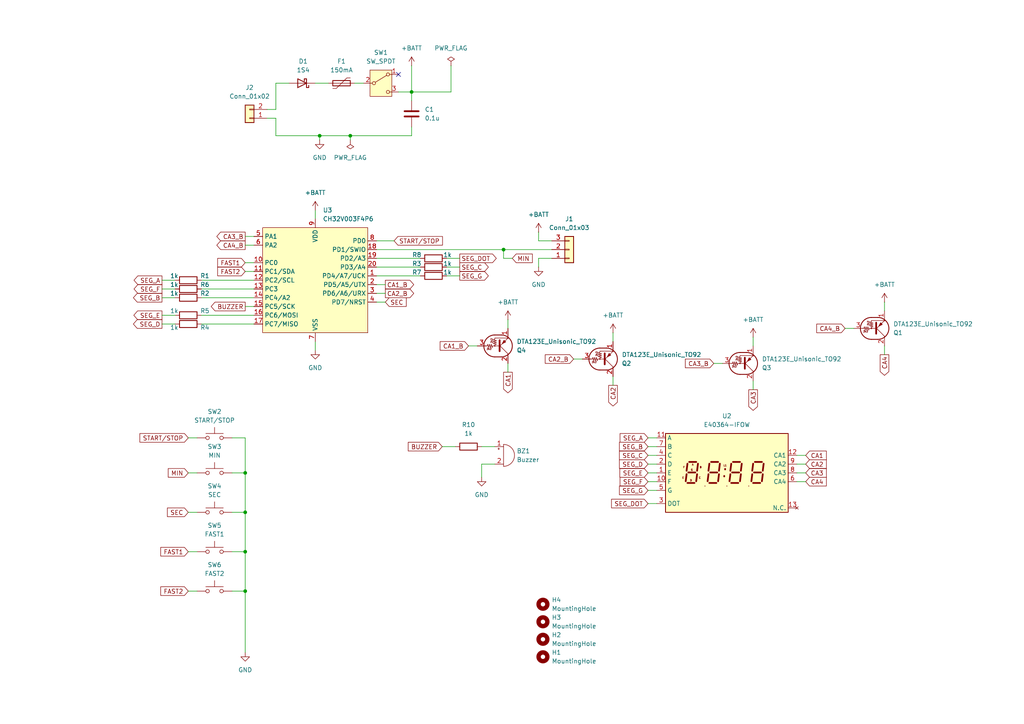
<source format=kicad_sch>
(kicad_sch (version 20231120) (generator "eeschema") (generator_version "8.0")
  (paper "A4")
  (lib_symbols
    (symbol "CH32V:CH32V003F4P6"
      (property "Reference" "U" (at -10.16 17.78 0))
      (property "Value" "CH32V003F4P6" (at -10.16 15.24 0))
      (symbol "CH32V003F4P6_1_1"
        (rectangle (start -15.24 13.97) (end 15.24 -16.51) (fill (type background)))
        (pin passive line (at 17.78 0 180) (length 2.54) (name "PD4/A7/UCK") (number "1"))
        (pin passive line (at -17.78 3.81 0) (length 2.54) (name "PC0") (number "10"))
        (pin passive line (at -17.78 1.27 0) (length 2.54) (name "PC1/SDA") (number "11"))
        (pin passive line (at -17.78 -1.27 0) (length 2.54) (name "PC2/SCL") (number "12"))
        (pin passive line (at -17.78 -3.81 0) (length 2.54) (name "PC3") (number "13"))
        (pin passive line (at -17.78 -6.35 0) (length 2.54) (name "PC4/A2") (number "14"))
        (pin passive line (at -17.78 -8.89 0) (length 2.54) (name "PC5/SCK") (number "15"))
        (pin passive line (at -17.78 -11.43 0) (length 2.54) (name "PC6/MOSI") (number "16"))
        (pin passive line (at -17.78 -13.97 0) (length 2.54) (name "PC7/MISO") (number "17"))
        (pin passive line (at 17.78 7.62 180) (length 2.54) (name "PD1/SWIO") (number "18"))
        (pin passive line (at 17.78 5.08 180) (length 2.54) (name "PD2/A3") (number "19"))
        (pin passive line (at 17.78 -2.54 180) (length 2.54) (name "PD5/A5/UTX") (number "2"))
        (pin passive line (at 17.78 2.54 180) (length 2.54) (name "PD3/A4") (number "20"))
        (pin passive line (at 17.78 -5.08 180) (length 2.54) (name "PD6/A6/URX") (number "3"))
        (pin passive line (at 17.78 -7.62 180) (length 2.54) (name "PD7/NRST") (number "4"))
        (pin passive line (at -17.78 11.43 0) (length 2.54) (name "PA1") (number "5"))
        (pin passive line (at -17.78 8.89 0) (length 2.54) (name "PA2") (number "6"))
        (pin power_in line (at 0 -19.05 90) (length 2.54) (name "VSS") (number "7"))
        (pin passive line (at 17.78 10.16 180) (length 2.54) (name "PD0") (number "8"))
        (pin power_in line (at 0 16.51 270) (length 2.54) (name "VDD") (number "9"))
      )
    )
    (symbol "Connector_Generic:Conn_01x02" (pin_names (offset 1.016) hide)
      (property "Reference" "J" (at 0 2.54 0))
      (property "Value" "Conn_01x02" (at 0 -5.08 0))
      (symbol "Conn_01x02_1_1"
        (rectangle (start -1.27 -2.413) (end 0 -2.667) (stroke (width 0.1524)))
        (rectangle (start -1.27 0.127) (end 0 -0.127) (stroke (width 0.1524)))
        (rectangle (start -1.27 1.27) (end 1.27 -3.81) (stroke (width 0.254)) (fill (type background)))
        (pin passive line (at -5.08 0 0) (length 3.81) (name "Pin_1") (number "1"))
        (pin passive line (at -5.08 -2.54 0) (length 3.81) (name "Pin_2") (number "2"))
      )
    )
    (symbol "Connector_Generic:Conn_01x03" (pin_names (offset 1.016) hide)
      (property "Reference" "J" (at 0 5.08 0))
      (property "Value" "Conn_01x03" (at 0 -5.08 0))
      (symbol "Conn_01x03_1_1"
        (rectangle (start -1.27 -2.413) (end 0 -2.667) (stroke (width 0.1524)))
        (rectangle (start -1.27 0.127) (end 0 -0.127) (stroke (width 0.1524)))
        (rectangle (start -1.27 2.667) (end 0 2.413) (stroke (width 0.1524)))
        (rectangle (start -1.27 3.81) (end 1.27 -3.81) (stroke (width 0.254)) (fill (type background)))
        (pin passive line (at -5.08 2.54 0) (length 3.81) (name "Pin_1") (number "1"))
        (pin passive line (at -5.08 0 0) (length 3.81) (name "Pin_2") (number "2"))
        (pin passive line (at -5.08 -2.54 0) (length 3.81) (name "Pin_3") (number "3"))
      )
    )
    (symbol "Device:Buzzer" (pin_names (offset 0.0254) hide)
      (property "Reference" "BZ" (at 3.81 1.27 0))
      (property "Value" "Buzzer" (at 3.81 -1.27 0))
      (symbol "Buzzer_0_1"
        (arc (start 0 -3.175) (mid 3.1612 0) (end 0 3.175))
        (polyline (pts (xy -1.651 1.905) (xy -1.143 1.905)))
        (polyline (pts (xy -1.397 2.159) (xy -1.397 1.651)))
        (polyline (pts (xy 0 3.175) (xy 0 -3.175)))
      )
      (symbol "Buzzer_1_1"
        (pin passive line (at -2.54 2.54 0) (length 2.54) (name "+") (number "1"))
        (pin passive line (at -2.54 -2.54 0) (length 2.54) (name "-") (number "2"))
      )
    )
    (symbol "Device:C" (pin_numbers hide) (pin_names (offset 0.254))
      (property "Reference" "C" (at 0.635 2.54 0))
      (property "Value" "C" (at 0.635 -2.54 0))
      (symbol "C_0_1"
        (polyline (pts (xy -2.032 -0.762) (xy 2.032 -0.762)) (stroke (width 0.508)))
        (polyline (pts (xy -2.032 0.762) (xy 2.032 0.762)) (stroke (width 0.508)))
      )
      (symbol "C_1_1"
        (pin passive line (at 0 3.81 270) (length 2.794) (name "~") (number "1"))
        (pin passive line (at 0 -3.81 90) (length 2.794) (name "~") (number "2"))
      )
    )
    (symbol "Device:D_Schottky" (pin_numbers hide) (pin_names (offset 1.016) hide)
      (property "Reference" "D" (at 0 2.54 0))
      (property "Value" "D_Schottky" (at 0 -2.54 0))
      (symbol "D_Schottky_0_1"
        (polyline (pts (xy 1.27 0) (xy -1.27 0)))
        (polyline (pts (xy 1.27 1.27) (xy 1.27 -1.27) (xy -1.27 0) (xy 1.27 1.27)) (stroke (width 0.254)))
        (polyline (pts (xy -1.905 0.635) (xy -1.905 1.27) (xy -1.27 1.27) (xy -1.27 -1.27) (xy -0.635 -1.27) (xy -0.635 -0.635)) (stroke (width 0.254)))
      )
      (symbol "D_Schottky_1_1"
        (pin passive line (at -3.81 0 0) (length 2.54) (name "K") (number "1"))
        (pin passive line (at 3.81 0 180) (length 2.54) (name "A") (number "2"))
      )
    )
    (symbol "Device:Polyfuse" (pin_numbers hide) (pin_names (offset 0))
      (property "Reference" "F" (at -2.54 0 90))
      (property "Value" "Polyfuse" (at 2.54 0 90))
      (symbol "Polyfuse_0_1"
        (rectangle (start -0.762 2.54) (end 0.762 -2.54) (stroke (width 0.254)))
        (polyline (pts (xy 0 2.54) (xy 0 -2.54)))
        (polyline (pts (xy -1.524 2.54) (xy -1.524 1.524) (xy 1.524 -1.524) (xy 1.524 -2.54)))
      )
      (symbol "Polyfuse_1_1"
        (pin passive line (at 0 3.81 270) (length 1.27) (name "~") (number "1"))
        (pin passive line (at 0 -3.81 90) (length 1.27) (name "~") (number "2"))
      )
    )
    (symbol "Device:R" (pin_numbers hide) (pin_names (offset 0))
      (property "Reference" "R" (at 2.032 0 90))
      (property "Value" "R" (at 0 0 90))
      (symbol "R_0_1"
        (rectangle (start -1.016 -2.54) (end 1.016 2.54) (stroke (width 0.254)))
      )
      (symbol "R_1_1"
        (pin passive line (at 0 3.81 270) (length 1.27) (name "~") (number "1"))
        (pin passive line (at 0 -3.81 90) (length 1.27) (name "~") (number "2"))
      )
    )
    (symbol "Mechanical:MountingHole" (pin_names (offset 1.016)) (exclude_from_sim yes) (in_bom no)
      (property "Reference" "H" (at 0 5.08 0))
      (property "Value" "MountingHole" (at 0 3.175 0))
      (symbol "MountingHole_0_1"
        (circle (center 0 0) (radius 1.27) (stroke (width 1.27)))
      )
    )
    (symbol "Switch:SW_Push" (pin_numbers hide) (pin_names (offset 1.016) hide)
      (property "Reference" "SW" (at 1.27 2.54 0))
      (property "Value" "SW_Push" (at 0 -1.524 0))
      (symbol "SW_Push_0_1"
        (circle (center -2.032 0) (radius 0.508))
        (polyline (pts (xy 0 1.27) (xy 0 3.048)))
        (polyline (pts (xy 2.54 1.27) (xy -2.54 1.27)))
        (circle (center 2.032 0) (radius 0.508))
        (pin passive line (at -5.08 0 0) (length 2.54) (name "1") (number "1"))
        (pin passive line (at 5.08 0 180) (length 2.54) (name "2") (number "2"))
      )
    )
    (symbol "Switch:SW_SPDT" (pin_names (offset 0) hide)
      (property "Reference" "SW" (at 0 5.08 0))
      (property "Value" "SW_SPDT" (at 0 -5.08 0))
      (symbol "SW_SPDT_0_1"
        (circle (center -2.032 0) (radius 0.4572))
        (polyline (pts (xy -1.651 0.254) (xy 1.651 2.286)))
        (circle (center 2.032 -2.54) (radius 0.4572))
        (circle (center 2.032 2.54) (radius 0.4572))
      )
      (symbol "SW_SPDT_1_1"
        (rectangle (start -3.175 3.81) (end 3.175 -3.81) (fill (type background)))
        (pin passive line (at 5.08 2.54 180) (length 2.54) (name "A") (number "1"))
        (pin passive line (at -5.08 0 0) (length 2.54) (name "B") (number "2"))
        (pin passive line (at 5.08 -2.54 180) (length 2.54) (name "C") (number "3"))
      )
    )
    (symbol "power:+BATT" (power) (pin_numbers hide) (pin_names (offset 0) hide)
      (property "Value" "+BATT" (at 0 3.556 0))
      (symbol "+BATT_0_1"
        (polyline (pts (xy -0.762 1.27) (xy 0 2.54)))
        (polyline (pts (xy 0 0) (xy 0 2.54)))
        (polyline (pts (xy 0 2.54) (xy 0.762 1.27)))
      )
      (symbol "+BATT_1_1"
        (pin power_in line (at 0 0 90) (length 0) (name "~") (number "1"))
      )
    )
    (symbol "power:GND" (power) (pin_numbers hide) (pin_names (offset 0) hide)
      (property "Value" "GND" (at 0 -3.81 0))
      (symbol "GND_0_1"
        (polyline (pts (xy 0 0) (xy 0 -1.27) (xy 1.27 -1.27) (xy 0 -2.54) (xy -1.27 -1.27) (xy 0 -1.27)))
      )
      (symbol "GND_1_1"
        (pin power_in line (at 0 0 270) (length 0) (name "~") (number "1"))
      )
    )
    (symbol "power:PWR_FLAG" (power) (pin_numbers hide) (pin_names (offset 0) hide)
      (property "Value" "PWR_FLAG" (at 0 3.81 0))
      (symbol "PWR_FLAG_0_0"
        (pin power_out line (at 0 0 90) (length 0) (name "~") (number "1"))
      )
      (symbol "PWR_FLAG_0_1"
        (polyline (pts (xy 0 0) (xy 0 1.27) (xy -1.016 1.905) (xy 0 2.54) (xy 1.016 1.905) (xy 0 1.27)))
      )
    )
    (symbol "watashi:DTA123E_Unisonic_TO92" (pin_names (offset 0) hide)
      (property "Reference" "Q" (at 5.08 1.905 0))
      (property "Value" "DTA123E_Unisonic_TO92" (at 5.08 -0.254 0))
      (symbol "DTA123E_Unisonic_TO92_0_0"
        (text "2k2" (at -2.921 0.889 0) (effects (font (size 0.508 0.508))))
        (text "2k2" (at -2.159 -1.524 900) (effects (font (size 0.508 0.508))))
      )
      (symbol "DTA123E_Unisonic_TO92_0_1"
        (circle (center -1.27 0) (radius 0.127))
        (arc (start -1.27 3.175) (mid -4.4312 0) (end -1.27 -3.175) (stroke (width 0.254)))
        (polyline (pts (xy -3.429 0) (xy -3.81 0)))
        (polyline (pts (xy -1.27 -3.175) (xy 0.635 -3.175)) (stroke (width 0.254)))
        (polyline (pts (xy -1.27 3.175) (xy 0.635 3.175)) (stroke (width 0.254)))
        (polyline (pts (xy 0 -0.254) (xy 2.54 2.286)))
        (polyline (pts (xy 0.127 1.524) (xy 0.127 -1.651)) (stroke (width 0.508)) (fill (type outline)))
        (polyline (pts (xy 2.54 2.286) (xy 2.54 2.54)))
        (polyline (pts (xy 2.54 -2.286) (xy 0 0.254) (xy 0 0.254)))
        (polyline (pts (xy 1.397 -1.651) (xy 1.905 -1.143) (xy 0.889 -0.635) (xy 1.397 -1.651)) (fill (type outline)))
        (polyline (pts (xy 0 0) (xy -1.905 0) (xy -2.032 0.508) (xy -2.286 -0.508) (xy -2.54 0.508) (xy -2.794 -0.508) (xy -3.048 0.508) (xy -3.302 -0.508) (xy -3.429 0)))
        (polyline (pts (xy -1.27 0) (xy -1.27 -0.381) (xy -0.762 -0.508) (xy -1.778 -0.762) (xy -0.762 -1.016) (xy -1.778 -1.27) (xy -0.762 -1.524) (xy -1.778 -1.778) (xy -1.27 -1.905) (xy -1.27 -2.286) (xy 2.54 -2.286)))
        (arc (start 0.635 -3.175) (mid 3.7962 0) (end 0.635 3.175) (stroke (width 0.254)))
        (circle (center 2.54 -2.286) (radius 0.127))
      )
      (symbol "DTA123E_Unisonic_TO92_1_1"
        (pin passive line (at 2.54 -5.08 90) (length 2.54) (name "E") (number "1"))
        (pin passive line (at 2.54 5.08 270) (length 2.54) (name "C") (number "2"))
        (pin input line (at -6.35 0 0) (length 2.54) (name "B") (number "3"))
      )
    )
    (symbol "watashi:E40364-IFOW"
      (property "Reference" "U" (at -17.78 12.7 0))
      (property "Value" "E40364-IFOW" (at 17.78 12.7 0))
      (symbol "E40364-IFOW_0_1"
        (rectangle (start -17.78 -11.43) (end 17.78 11.43) (stroke (width 0.254)) (fill (type background)))
        (rectangle (start -6.35 -3.81) (end -6.35 -3.81) (stroke (width 0.254)))
        (rectangle (start 0 -3.81) (end 0 -3.81) (stroke (width 0.254)))
        (polyline (pts (xy -6.35 -3.81) (xy -6.35 -3.81)) (stroke (width 0.254)))
        (polyline (pts (xy 0 -3.81) (xy 0 -3.81)) (stroke (width 0.254)))
        (polyline (pts (xy 6.35 -3.81) (xy 6.35 -3.81)) (stroke (width 0.254)))
        (rectangle (start 6.35 -3.81) (end 6.35 -3.81) (stroke (width 0.254)))
      )
      (symbol "E40364-IFOW_1_0"
        (text "A" (at -9.906 2.413 0) (effects (font (size 0.508 0.508))))
        (text "B" (at -7.62 1.651 0) (effects (font (size 0.508 0.508))))
        (text "C" (at -7.874 -1.397 0) (effects (font (size 0.508 0.508))))
        (text "D" (at -10.414 -2.159 0) (effects (font (size 0.508 0.508))))
        (text "E" (at -12.7 -1.397 0) (effects (font (size 0.508 0.508))))
        (text "F" (at -12.446 1.651 0) (effects (font (size 0.508 0.508))))
        (text "G" (at -10.16 0.889 0) (effects (font (size 0.508 0.508))))
        (text "L1" (at -0.508 2.159 0) (effects (font (size 0.508 0.508))))
      )
      (symbol "E40364-IFOW_1_1"
        (polyline (pts (xy -11.684 -0.381) (xy -11.938 -2.413)) (stroke (width 0.508)))
        (polyline (pts (xy -11.43 -2.921) (xy -9.398 -2.921)) (stroke (width 0.508)))
        (polyline (pts (xy -11.43 2.667) (xy -11.684 0.635)) (stroke (width 0.508)))
        (polyline (pts (xy -11.176 0.127) (xy -9.144 0.127)) (stroke (width 0.508)))
        (polyline (pts (xy -10.922 3.175) (xy -8.89 3.175)) (stroke (width 0.508)))
        (polyline (pts (xy -8.636 -0.381) (xy -8.89 -2.413)) (stroke (width 0.508)))
        (polyline (pts (xy -8.382 2.667) (xy -8.636 0.635)) (stroke (width 0.508)))
        (polyline (pts (xy -5.334 -0.381) (xy -5.588 -2.413)) (stroke (width 0.508)))
        (polyline (pts (xy -5.08 -2.921) (xy -3.048 -2.921)) (stroke (width 0.508)))
        (polyline (pts (xy -5.08 2.667) (xy -5.334 0.635)) (stroke (width 0.508)))
        (polyline (pts (xy -4.826 0.127) (xy -2.794 0.127)) (stroke (width 0.508)))
        (polyline (pts (xy -4.572 3.175) (xy -2.54 3.175)) (stroke (width 0.508)))
        (polyline (pts (xy -2.286 -0.381) (xy -2.54 -2.413)) (stroke (width 0.508)))
        (polyline (pts (xy -2.032 2.667) (xy -2.286 0.635)) (stroke (width 0.508)))
        (polyline (pts (xy -0.762 -1.016) (xy -0.762 -0.889)) (stroke (width 0.508)))
        (polyline (pts (xy -0.508 1.016) (xy -0.508 1.143)) (stroke (width 0.508)))
        (polyline (pts (xy 1.016 -0.381) (xy 0.762 -2.413)) (stroke (width 0.508)))
        (polyline (pts (xy 1.27 -2.921) (xy 3.302 -2.921)) (stroke (width 0.508)))
        (polyline (pts (xy 1.27 2.667) (xy 1.016 0.635)) (stroke (width 0.508)))
        (polyline (pts (xy 1.524 0.127) (xy 3.556 0.127)) (stroke (width 0.508)))
        (polyline (pts (xy 1.778 3.175) (xy 3.81 3.175)) (stroke (width 0.508)))
        (polyline (pts (xy 4.064 -0.381) (xy 3.81 -2.413)) (stroke (width 0.508)))
        (polyline (pts (xy 4.318 2.667) (xy 4.064 0.635)) (stroke (width 0.508)))
        (polyline (pts (xy 7.366 -0.381) (xy 7.112 -2.413)) (stroke (width 0.508)))
        (polyline (pts (xy 7.62 -2.921) (xy 9.652 -2.921)) (stroke (width 0.508)))
        (polyline (pts (xy 7.62 2.667) (xy 7.366 0.635)) (stroke (width 0.508)))
        (polyline (pts (xy 7.874 0.127) (xy 9.906 0.127)) (stroke (width 0.508)))
        (polyline (pts (xy 8.128 3.175) (xy 10.16 3.175)) (stroke (width 0.508)))
        (polyline (pts (xy 10.414 -0.381) (xy 10.16 -2.413)) (stroke (width 0.508)))
        (polyline (pts (xy 10.668 2.667) (xy 10.414 0.635)) (stroke (width 0.508)))
        (pin input line (at -20.32 0 0) (length 2.54) (name "E") (number "1"))
        (pin input line (at -20.32 -2.54 0) (length 2.54) (name "F") (number "10"))
        (pin input line (at -20.32 10.16 0) (length 2.54) (name "A") (number "11"))
        (pin input line (at 20.32 5.08 180) (length 2.54) (name "CA1") (number "12"))
        (pin no_connect line (at 20.32 -10.16 180) (length 2.54) (name "N.C.") (number "13"))
        (pin input line (at -20.32 2.54 0) (length 2.54) (name "D") (number "2"))
        (pin input line (at -20.32 -8.89 0) (length 2.54) (name "DOT") (number "3"))
        (pin input line (at -20.32 5.08 0) (length 2.54) (name "C") (number "4"))
        (pin input line (at -20.32 -5.08 0) (length 2.54) (name "G") (number "5"))
        (pin input line (at 20.32 -2.54 180) (length 2.54) (name "CA4") (number "6"))
        (pin input line (at -20.32 7.62 0) (length 2.54) (name "B") (number "7"))
        (pin input line (at 20.32 0 180) (length 2.54) (name "CA3") (number "8"))
        (pin input line (at 20.32 2.54 180) (length 2.54) (name "CA2") (number "9"))
      )
    )
  )
  (junction (at 71.12 148.59))
  (junction (at 71.12 137.16))
  (junction (at 71.12 171.45))
  (junction (at 101.6 39.37))
  (junction (at 119.38 26.67))
  (junction (at 71.12 160.02))
  (junction (at 92.71 39.37))
  (junction (at 146.05 72.39))
  (no_connect (at 115.57 21.59))
  (wire (pts (xy 187.96 132.08) (xy 190.5 132.08)))
  (wire (pts (xy 80.01 39.37) (xy 92.71 39.37)))
  (wire (pts (xy 119.38 39.37) (xy 101.6 39.37)))
  (wire (pts (xy 58.42 93.98) (xy 73.66 93.98)))
  (wire (pts (xy 231.14 137.16) (xy 233.68 137.16)))
  (wire (pts (xy 187.96 129.54) (xy 190.5 129.54)))
  (wire (pts (xy 71.12 137.16) (xy 71.12 148.59)))
  (wire (pts (xy 147.32 105.41) (xy 147.32 107.95)))
  (wire (pts (xy 130.81 26.67) (xy 119.38 26.67)))
  (wire (pts (xy 80.01 34.29) (xy 80.01 39.37)))
  (wire (pts (xy 67.31 148.59) (xy 71.12 148.59)))
  (wire (pts (xy 80.01 24.13) (xy 80.01 31.75)))
  (wire (pts (xy 50.8 81.28) (xy 46.99 81.28)))
  (wire (pts (xy 256.54 100.33) (xy 256.54 102.87)))
  (wire (pts (xy 67.31 137.16) (xy 71.12 137.16)))
  (wire (pts (xy 207.01 105.41) (xy 209.55 105.41)))
  (wire (pts (xy 256.54 87.63) (xy 256.54 90.17)))
  (wire (pts (xy 58.42 81.28) (xy 73.66 81.28)))
  (wire (pts (xy 129.54 74.93) (xy 133.35 74.93)))
  (wire (pts (xy 101.6 40.64) (xy 101.6 39.37)))
  (wire (pts (xy 71.12 71.12) (xy 73.66 71.12)))
  (wire (pts (xy 80.01 34.29) (xy 77.47 34.29)))
  (wire (pts (xy 231.14 139.7) (xy 233.68 139.7)))
  (wire (pts (xy 109.22 77.47) (xy 121.92 77.47)))
  (wire (pts (xy 71.12 148.59) (xy 71.12 160.02)))
  (wire (pts (xy 218.44 110.49) (xy 218.44 113.03)))
  (wire (pts (xy 71.12 171.45) (xy 71.12 189.23)))
  (wire (pts (xy 156.21 74.93) (xy 156.21 77.47)))
  (wire (pts (xy 231.14 132.08) (xy 233.68 132.08)))
  (wire (pts (xy 121.92 80.01) (xy 109.22 80.01)))
  (wire (pts (xy 119.38 36.83) (xy 119.38 39.37)))
  (wire (pts (xy 160.02 74.93) (xy 156.21 74.93)))
  (wire (pts (xy 147.32 92.71) (xy 147.32 95.25)))
  (wire (pts (xy 50.8 83.82) (xy 46.99 83.82)))
  (wire (pts (xy 71.12 127) (xy 71.12 137.16)))
  (wire (pts (xy 177.8 109.22) (xy 177.8 111.76)))
  (wire (pts (xy 146.05 74.93) (xy 146.05 72.39)))
  (wire (pts (xy 109.22 85.09) (xy 111.76 85.09)))
  (wire (pts (xy 54.61 137.16) (xy 57.15 137.16)))
  (wire (pts (xy 67.31 127) (xy 71.12 127)))
  (wire (pts (xy 130.81 19.05) (xy 130.81 26.67)))
  (wire (pts (xy 119.38 26.67) (xy 119.38 29.21)))
  (wire (pts (xy 160.02 69.85) (xy 156.21 69.85)))
  (wire (pts (xy 143.51 134.62) (xy 139.7 134.62)))
  (wire (pts (xy 54.61 148.59) (xy 57.15 148.59)))
  (wire (pts (xy 109.22 72.39) (xy 146.05 72.39)))
  (wire (pts (xy 109.22 82.55) (xy 111.76 82.55)))
  (wire (pts (xy 109.22 87.63) (xy 111.76 87.63)))
  (wire (pts (xy 187.96 142.24) (xy 190.5 142.24)))
  (wire (pts (xy 218.44 97.79) (xy 218.44 100.33)))
  (wire (pts (xy 50.8 91.44) (xy 46.99 91.44)))
  (wire (pts (xy 187.96 139.7) (xy 190.5 139.7)))
  (wire (pts (xy 50.8 93.98) (xy 46.99 93.98)))
  (wire (pts (xy 58.42 86.36) (xy 73.66 86.36)))
  (wire (pts (xy 50.8 86.36) (xy 46.99 86.36)))
  (wire (pts (xy 119.38 19.05) (xy 119.38 26.67)))
  (wire (pts (xy 71.12 160.02) (xy 71.12 171.45)))
  (wire (pts (xy 91.44 60.96) (xy 91.44 63.5)))
  (wire (pts (xy 148.59 74.93) (xy 146.05 74.93)))
  (wire (pts (xy 77.47 31.75) (xy 80.01 31.75)))
  (wire (pts (xy 187.96 137.16) (xy 190.5 137.16)))
  (wire (pts (xy 156.21 69.85) (xy 156.21 67.31)))
  (wire (pts (xy 71.12 78.74) (xy 73.66 78.74)))
  (wire (pts (xy 105.41 24.13) (xy 102.87 24.13)))
  (wire (pts (xy 231.14 134.62) (xy 233.68 134.62)))
  (wire (pts (xy 119.38 26.67) (xy 115.57 26.67)))
  (wire (pts (xy 67.31 171.45) (xy 71.12 171.45)))
  (wire (pts (xy 83.82 24.13) (xy 80.01 24.13)))
  (wire (pts (xy 54.61 171.45) (xy 57.15 171.45)))
  (wire (pts (xy 67.31 160.02) (xy 71.12 160.02)))
  (wire (pts (xy 58.42 83.82) (xy 73.66 83.82)))
  (wire (pts (xy 71.12 68.58) (xy 73.66 68.58)))
  (wire (pts (xy 129.54 77.47) (xy 133.35 77.47)))
  (wire (pts (xy 187.96 146.05) (xy 190.5 146.05)))
  (wire (pts (xy 71.12 88.9) (xy 73.66 88.9)))
  (wire (pts (xy 58.42 91.44) (xy 73.66 91.44)))
  (wire (pts (xy 187.96 134.62) (xy 190.5 134.62)))
  (wire (pts (xy 135.89 100.33) (xy 138.43 100.33)))
  (wire (pts (xy 109.22 69.85) (xy 114.3 69.85)))
  (wire (pts (xy 139.7 129.54) (xy 143.51 129.54)))
  (wire (pts (xy 71.12 76.2) (xy 73.66 76.2)))
  (wire (pts (xy 187.96 127) (xy 190.5 127)))
  (wire (pts (xy 146.05 72.39) (xy 160.02 72.39)))
  (wire (pts (xy 139.7 134.62) (xy 139.7 138.43)))
  (wire (pts (xy 128.27 129.54) (xy 132.08 129.54)))
  (wire (pts (xy 95.25 24.13) (xy 91.44 24.13)))
  (wire (pts (xy 54.61 127) (xy 57.15 127)))
  (wire (pts (xy 92.71 39.37) (xy 92.71 40.64)))
  (wire (pts (xy 54.61 160.02) (xy 57.15 160.02)))
  (wire (pts (xy 101.6 39.37) (xy 92.71 39.37)))
  (wire (pts (xy 166.37 104.14) (xy 168.91 104.14)))
  (wire (pts (xy 91.44 99.06) (xy 91.44 101.6)))
  (wire (pts (xy 109.22 74.93) (xy 121.92 74.93)))
  (wire (pts (xy 129.54 80.01) (xy 133.35 80.01)))
  (wire (pts (xy 177.8 96.52) (xy 177.8 99.06)))
  (wire (pts (xy 245.11 95.25) (xy 247.65 95.25)))
  (global_label "CA2" (shape input) (at 233.68 134.62 0) (property "Intersheetrefs" "${INTERSHEET_REFS}" (effects (hide yes))))
  (global_label "BUZZER" (shape output) (at 71.12 88.9 180) (property "Intersheetrefs" "${INTERSHEET_REFS}" (effects (hide yes))))
  (global_label "SEG_DOT" (shape output) (at 133.35 74.93 0) (property "Intersheetrefs" "${INTERSHEET_REFS}" (effects (hide yes))))
  (global_label "BUZZER" (shape input) (at 128.27 129.54 180) (property "Intersheetrefs" "${INTERSHEET_REFS}" (effects (hide yes))))
  (global_label "SEG_F" (shape input) (at 187.96 139.7 180) (property "Intersheetrefs" "${INTERSHEET_REFS}" (effects (hide yes))))
  (global_label "CA4" (shape output) (at 256.54 102.87 270) (property "Intersheetrefs" "${INTERSHEET_REFS}" (effects (hide yes))))
  (global_label "CA1" (shape output) (at 147.32 107.95 270) (property "Intersheetrefs" "${INTERSHEET_REFS}" (effects (hide yes))))
  (global_label "SEG_G" (shape output) (at 133.35 80.01 0) (property "Intersheetrefs" "${INTERSHEET_REFS}" (effects (hide yes))))
  (global_label "CA3_B" (shape output) (at 71.12 68.58 180) (property "Intersheetrefs" "${INTERSHEET_REFS}" (effects (hide yes))))
  (global_label "SEG_B" (shape input) (at 187.96 129.54 180) (property "Intersheetrefs" "${INTERSHEET_REFS}" (effects (hide yes))))
  (global_label "CA4_B" (shape output) (at 71.12 71.12 180) (property "Intersheetrefs" "${INTERSHEET_REFS}" (effects (hide yes))))
  (global_label "FAST1" (shape input) (at 54.61 160.02 180) (property "Intersheetrefs" "${INTERSHEET_REFS}" (effects (hide yes))))
  (global_label "CA2_B" (shape input) (at 166.37 104.14 180) (property "Intersheetrefs" "${INTERSHEET_REFS}" (effects (hide yes))))
  (global_label "START{slash}STOP" (shape input) (at 114.3 69.85 0) (property "Intersheetrefs" "${INTERSHEET_REFS}" (effects (hide yes))))
  (global_label "CA2_B" (shape output) (at 111.76 85.09 0) (property "Intersheetrefs" "${INTERSHEET_REFS}" (effects (hide yes))))
  (global_label "FAST2" (shape input) (at 71.12 78.74 180) (property "Intersheetrefs" "${INTERSHEET_REFS}" (effects (hide yes))))
  (global_label "CA4_B" (shape input) (at 245.11 95.25 180) (property "Intersheetrefs" "${INTERSHEET_REFS}" (effects (hide yes))))
  (global_label "CA3_B" (shape input) (at 207.01 105.41 180) (property "Intersheetrefs" "${INTERSHEET_REFS}" (effects (hide yes))))
  (global_label "SEG_D" (shape input) (at 187.96 134.62 180) (property "Intersheetrefs" "${INTERSHEET_REFS}" (effects (hide yes))))
  (global_label "CA1" (shape input) (at 233.68 132.08 0) (property "Intersheetrefs" "${INTERSHEET_REFS}" (effects (hide yes))))
  (global_label "FAST2" (shape input) (at 54.61 171.45 180) (property "Intersheetrefs" "${INTERSHEET_REFS}" (effects (hide yes))))
  (global_label "SEC" (shape input) (at 54.61 148.59 180) (property "Intersheetrefs" "${INTERSHEET_REFS}" (effects (hide yes))))
  (global_label "MIN" (shape input) (at 148.59 74.93 0) (property "Intersheetrefs" "${INTERSHEET_REFS}" (effects (hide yes))))
  (global_label "START{slash}STOP" (shape input) (at 54.61 127 180) (property "Intersheetrefs" "${INTERSHEET_REFS}" (effects (hide yes))))
  (global_label "CA3" (shape output) (at 218.44 113.03 270) (property "Intersheetrefs" "${INTERSHEET_REFS}" (effects (hide yes))))
  (global_label "SEG_A" (shape output) (at 46.99 81.28 180) (property "Intersheetrefs" "${INTERSHEET_REFS}" (effects (hide yes))))
  (global_label "CA2" (shape output) (at 177.8 111.76 270) (property "Intersheetrefs" "${INTERSHEET_REFS}" (effects (hide yes))))
  (global_label "CA1_B" (shape input) (at 135.89 100.33 180) (property "Intersheetrefs" "${INTERSHEET_REFS}" (effects (hide yes))))
  (global_label "SEG_G" (shape input) (at 187.96 142.24 180) (property "Intersheetrefs" "${INTERSHEET_REFS}" (effects (hide yes))))
  (global_label "SEG_A" (shape input) (at 187.96 127 180) (property "Intersheetrefs" "${INTERSHEET_REFS}" (effects (hide yes))))
  (global_label "SEG_DOT" (shape input) (at 187.96 146.05 180) (property "Intersheetrefs" "${INTERSHEET_REFS}" (effects (hide yes))))
  (global_label "CA4" (shape input) (at 233.68 139.7 0) (property "Intersheetrefs" "${INTERSHEET_REFS}" (effects (hide yes))))
  (global_label "SEG_D" (shape output) (at 46.99 93.98 180) (property "Intersheetrefs" "${INTERSHEET_REFS}" (effects (hide yes))))
  (global_label "SEG_C" (shape input) (at 187.96 132.08 180) (property "Intersheetrefs" "${INTERSHEET_REFS}" (effects (hide yes))))
  (global_label "SEG_C" (shape output) (at 133.35 77.47 0) (property "Intersheetrefs" "${INTERSHEET_REFS}" (effects (hide yes))))
  (global_label "SEG_E" (shape input) (at 187.96 137.16 180) (property "Intersheetrefs" "${INTERSHEET_REFS}" (effects (hide yes))))
  (global_label "MIN" (shape input) (at 54.61 137.16 180) (property "Intersheetrefs" "${INTERSHEET_REFS}" (effects (hide yes))))
  (global_label "CA1_B" (shape output) (at 111.76 82.55 0) (property "Intersheetrefs" "${INTERSHEET_REFS}" (effects (hide yes))))
  (global_label "SEG_F" (shape output) (at 46.99 83.82 180) (property "Intersheetrefs" "${INTERSHEET_REFS}" (effects (hide yes))))
  (global_label "SEC" (shape input) (at 111.76 87.63 0) (property "Intersheetrefs" "${INTERSHEET_REFS}" (effects (hide yes))))
  (global_label "SEG_B" (shape output) (at 46.99 86.36 180) (property "Intersheetrefs" "${INTERSHEET_REFS}" (effects (hide yes))))
  (global_label "SEG_E" (shape output) (at 46.99 91.44 180) (property "Intersheetrefs" "${INTERSHEET_REFS}" (effects (hide yes))))
  (global_label "FAST1" (shape input) (at 71.12 76.2 180) (property "Intersheetrefs" "${INTERSHEET_REFS}" (effects (hide yes))))
  (global_label "CA3" (shape input) (at 233.68 137.16 0) (property "Intersheetrefs" "${INTERSHEET_REFS}" (effects (hide yes))))
  (symbol (lib_id "Device:R") (at 125.73 74.93 90) (mirror x) (unit 1)
    (property "Reference" "R8" (at 120.904 73.914 90))
    (property "Value" "1k" (at 129.794 73.914 90))
    (property "Footprint" "yuki_lib:R_1_6W" (effects (hide yes)))
    (property "Description" "Resistor" (effects (hide yes)))
  )
  (symbol (lib_id "watashi:DTA123E_Unisonic_TO92") (at 144.78 100.33 0) (mirror x) (unit 1)
    (property "Reference" "Q4" (at 149.86 101.6001 0) (effects (justify left)))
    (property "Value" "DTA123E_Unisonic_TO92" (at 149.86 99.0601 0) (effects (justify left)))
    (property "Footprint" "yuki_lib:yuki_TO-92_Wide" (effects (hide yes)))
    (property "Description" "Digital PNP Transistor, 2k2/2k2, SOT-23" (effects (hide yes)))
  )
  (symbol (lib_id "Device:R") (at 54.61 91.44 270) (mirror x) (unit 1)
    (property "Reference" "R5" (at 59.436 90.17 90))
    (property "Value" "1k" (at 50.546 90.17 90))
    (property "Footprint" "yuki_lib:R_1_6W" (effects (hide yes)))
    (property "Description" "Resistor" (effects (hide yes)))
  )
  (symbol (lib_id "watashi:E40364-IFOW") (at 210.82 137.16 0) (unit 1)
    (property "Reference" "U2" (at 210.82 120.65 0))
    (property "Value" "E40364-IFOW" (at 210.82 123.19 0))
    (property "Footprint" "yuki_lib:E40364-IFOW_DEKAI" (effects (hide yes)))
    (property "Description" "4 digit 7 segment Red, common anode" (effects (hide yes)))
  )
  (symbol (lib_id "Switch:SW_Push") (at 62.23 160.02 0) (unit 1)
    (property "Reference" "SW5" (at 62.23 152.4 0))
    (property "Value" "FAST1" (at 62.23 154.94 0))
    (property "Footprint" "yuki_lib:SW_PUSH_6mm" (effects (hide yes)))
    (property "Description" "Push button switch, generic, two pins" (effects (hide yes)))
  )
  (symbol (lib_id "Device:R") (at 125.73 80.01 90) (mirror x) (unit 1)
    (property "Reference" "R7" (at 120.904 78.994 90))
    (property "Value" "1k" (at 129.794 78.994 90))
    (property "Footprint" "yuki_lib:R_1_6W" (effects (hide yes)))
    (property "Description" "Resistor" (effects (hide yes)))
  )
  (symbol (lib_id "Device:R") (at 54.61 93.98 270) (mirror x) (unit 1)
    (property "Reference" "R4" (at 59.436 94.996 90))
    (property "Value" "1k" (at 50.546 94.996 90))
    (property "Footprint" "yuki_lib:R_1_6W" (effects (hide yes)))
    (property "Description" "Resistor" (effects (hide yes)))
  )
  (symbol (lib_id "Device:D_Schottky") (at 87.63 24.13 180) (unit 1)
    (property "Reference" "D1" (at 87.9475 17.78 0))
    (property "Value" "1S4" (at 87.9475 20.32 0))
    (property "Footprint" "yuki_lib:R_1_4W" (effects (hide yes)))
    (property "Description" "Schottky diode" (effects (hide yes)))
  )
  (symbol (lib_id "power:GND") (at 91.44 101.6 0) (unit 1)
    (property "Reference" "#PWR05" (effects (hide yes)))
    (property "Value" "GND" (at 91.44 106.68 0))
    (property "Description" "Power symbol creates a global label with name \"GND\" , ground" (effects (hide yes)))
  )
  (symbol (lib_id "Device:R") (at 54.61 83.82 270) (mirror x) (unit 1)
    (property "Reference" "R6" (at 59.436 82.55 90))
    (property "Value" "1k" (at 50.546 82.55 90))
    (property "Footprint" "yuki_lib:R_1_6W" (effects (hide yes)))
    (property "Description" "Resistor" (effects (hide yes)))
  )
  (symbol (lib_id "watashi:DTA123E_Unisonic_TO92") (at 254 95.25 0) (mirror x) (unit 1)
    (property "Reference" "Q1" (at 259.08 96.5201 0) (effects (justify left)))
    (property "Value" "DTA123E_Unisonic_TO92" (at 259.08 93.9801 0) (effects (justify left)))
    (property "Footprint" "yuki_lib:yuki_TO-92_Wide" (effects (hide yes)))
    (property "Description" "Digital PNP Transistor, 2k2/2k2, SOT-23" (effects (hide yes)))
  )
  (symbol (lib_id "power:+BATT") (at 256.54 87.63 0) (unit 1)
    (property "Reference" "#PWR014" (effects (hide yes)))
    (property "Value" "+BATT" (at 256.54 82.55 0))
    (property "Description" "Power symbol creates a global label with name \"+BATT\"" (effects (hide yes)))
  )
  (symbol (lib_id "Switch:SW_Push") (at 62.23 171.45 0) (unit 1)
    (property "Reference" "SW6" (at 62.23 163.83 0))
    (property "Value" "FAST2" (at 62.23 166.37 0))
    (property "Footprint" "yuki_lib:SW_PUSH_6mm" (effects (hide yes)))
    (property "Description" "Push button switch, generic, two pins" (effects (hide yes)))
  )
  (symbol (lib_id "power:PWR_FLAG") (at 130.81 19.05 0) (unit 1)
    (property "Reference" "#FLG01" (effects (hide yes)))
    (property "Value" "PWR_FLAG" (at 130.81 13.97 0))
    (property "Description" "Special symbol for telling ERC where power comes from" (effects (hide yes)))
  )
  (symbol (lib_id "power:PWR_FLAG") (at 101.6 40.64 180) (unit 1)
    (property "Reference" "#FLG02" (effects (hide yes)))
    (property "Value" "PWR_FLAG" (at 101.6 45.72 0))
    (property "Description" "Special symbol for telling ERC where power comes from" (effects (hide yes)))
  )
  (symbol (lib_id "watashi:DTA123E_Unisonic_TO92") (at 175.26 104.14 0) (mirror x) (unit 1)
    (property "Reference" "Q2" (at 180.34 105.4101 0) (effects (justify left)))
    (property "Value" "DTA123E_Unisonic_TO92" (at 180.34 102.8701 0) (effects (justify left)))
    (property "Footprint" "yuki_lib:yuki_TO-92_Wide" (effects (hide yes)))
    (property "Description" "Digital PNP Transistor, 2k2/2k2, SOT-23" (effects (hide yes)))
  )
  (symbol (lib_id "power:+BATT") (at 91.44 60.96 0) (unit 1)
    (property "Reference" "#PWR04" (effects (hide yes)))
    (property "Value" "+BATT" (at 91.44 55.88 0))
    (property "Description" "Power symbol creates a global label with name \"+BATT\"" (effects (hide yes)))
  )
  (symbol (lib_id "Mechanical:MountingHole") (at 157.48 185.42 0) (unit 1) (exclude_from_sim yes) (in_bom no)
    (property "Reference" "H2" (at 160.02 184.1499 0) (effects (justify left)))
    (property "Value" "MountingHole" (at 160.02 186.6899 0) (effects (justify left)))
    (property "Footprint" "yuki_lib:PAD_3mm_5mm" (effects (hide yes)))
    (property "Description" "Mounting Hole without connection" (effects (hide yes)))
  )
  (symbol (lib_id "Device:Polyfuse") (at 99.06 24.13 90) (unit 1)
    (property "Reference" "F1" (at 99.06 17.78 90))
    (property "Value" "150mA" (at 99.06 20.32 90))
    (property "Footprint" "yuki_lib:R_1_6W" (effects (hide yes)))
    (property "Description" "Resettable fuse, polymeric positive temperature coefficient" (effects (hide yes)))
  )
  (symbol (lib_id "Switch:SW_Push") (at 62.23 148.59 0) (unit 1)
    (property "Reference" "SW4" (at 62.23 140.97 0))
    (property "Value" "SEC" (at 62.23 143.51 0))
    (property "Footprint" "yuki_lib:SW_PUSH_6mm" (effects (hide yes)))
    (property "Description" "Push button switch, generic, two pins" (effects (hide yes)))
  )
  (symbol (lib_id "power:+BATT") (at 177.8 96.52 0) (unit 1)
    (property "Reference" "#PWR011" (effects (hide yes)))
    (property "Value" "+BATT" (at 177.8 91.44 0))
    (property "Description" "Power symbol creates a global label with name \"+BATT\"" (effects (hide yes)))
  )
  (symbol (lib_id "Switch:SW_SPDT") (at 110.49 24.13 0) (unit 1)
    (property "Reference" "SW1" (at 110.49 15.24 0))
    (property "Value" "SW_SPDT" (at 110.49 17.78 0))
    (property "Footprint" "yuki_lib:Yuki_Slide_Switch_P2.54" (effects (hide yes)))
    (property "Description" "Switch, single pole double throw" (effects (hide yes)))
  )
  (symbol (lib_id "power:GND") (at 71.12 189.23 0) (unit 1)
    (property "Reference" "#PWR012" (effects (hide yes)))
    (property "Value" "GND" (at 71.12 194.31 0))
    (property "Description" "Power symbol creates a global label with name \"GND\" , ground" (effects (hide yes)))
  )
  (symbol (lib_id "Switch:SW_Push") (at 62.23 127 0) (unit 1)
    (property "Reference" "SW2" (at 62.23 119.38 0))
    (property "Value" "START/STOP" (at 62.23 121.92 0))
    (property "Footprint" "yuki_lib:SW_PUSH_6mm" (effects (hide yes)))
    (property "Description" "Push button switch, generic, two pins" (effects (hide yes)))
  )
  (symbol (lib_id "Device:R") (at 135.89 129.54 90) (unit 1)
    (property "Reference" "R10" (at 135.89 123.19 90))
    (property "Value" "1k" (at 135.89 125.73 90))
    (property "Footprint" "yuki_lib:R_1_6W" (effects (hide yes)))
    (property "Description" "Resistor" (effects (hide yes)))
  )
  (symbol (lib_id "Mechanical:MountingHole") (at 157.48 180.34 0) (unit 1) (exclude_from_sim yes) (in_bom no)
    (property "Reference" "H3" (at 160.02 179.0699 0) (effects (justify left)))
    (property "Value" "MountingHole" (at 160.02 181.6099 0) (effects (justify left)))
    (property "Footprint" "yuki_lib:PAD_3mm_5mm" (effects (hide yes)))
    (property "Description" "Mounting Hole without connection" (effects (hide yes)))
  )
  (symbol (lib_id "power:+BATT") (at 156.21 67.31 0) (unit 1)
    (property "Reference" "#PWR01" (effects (hide yes)))
    (property "Value" "+BATT" (at 156.21 62.23 0))
    (property "Description" "Power symbol creates a global label with name \"+BATT\"" (effects (hide yes)))
  )
  (symbol (lib_id "power:GND") (at 139.7 138.43 0) (unit 1)
    (property "Reference" "#PWR015" (effects (hide yes)))
    (property "Value" "GND" (at 139.7 143.51 0))
    (property "Description" "Power symbol creates a global label with name \"GND\" , ground" (effects (hide yes)))
  )
  (symbol (lib_id "Device:Buzzer") (at 146.05 132.08 0) (unit 1)
    (property "Reference" "BZ1" (at 149.86 130.8099 0) (effects (justify left)))
    (property "Value" "Buzzer" (at 149.86 133.3499 0) (effects (justify left)))
    (property "Footprint" "yuki_lib:AKI_CERAMIC_BUZZER_PKM13EPYH4000-A0" (effects (hide yes)))
    (property "Description" "Buzzer, polarized" (effects (hide yes)))
  )
  (symbol (lib_id "CH32V:CH32V003F4P6") (at 91.44 80.01 0) (unit 1)
    (property "Reference" "U3" (at 93.6341 60.96 0) (effects (justify left)))
    (property "Value" "CH32V003F4P6" (at 93.6341 63.5 0) (effects (justify left)))
    (property "Footprint" "Package_SO:TSSOP-20_4.4x6.5mm_P0.65mm" (effects (hide yes)))
  )
  (symbol (lib_id "power:+BATT") (at 147.32 92.71 0) (unit 1)
    (property "Reference" "#PWR06" (effects (hide yes)))
    (property "Value" "+BATT" (at 147.32 87.63 0))
    (property "Description" "Power symbol creates a global label with name \"+BATT\"" (effects (hide yes)))
  )
  (symbol (lib_id "power:GND") (at 92.71 40.64 0) (unit 1)
    (property "Reference" "#PWR02" (effects (hide yes)))
    (property "Value" "GND" (at 92.71 45.72 0))
    (property "Description" "Power symbol creates a global label with name \"GND\" , ground" (effects (hide yes)))
  )
  (symbol (lib_id "Device:R") (at 125.73 77.47 90) (mirror x) (unit 1)
    (property "Reference" "R3" (at 120.904 76.454 90))
    (property "Value" "1k" (at 129.794 76.454 90))
    (property "Footprint" "yuki_lib:R_1_6W" (effects (hide yes)))
    (property "Description" "Resistor" (effects (hide yes)))
  )
  (symbol (lib_id "Device:R") (at 54.61 81.28 270) (mirror x) (unit 1)
    (property "Reference" "R1" (at 59.436 80.01 90))
    (property "Value" "1k" (at 50.546 80.01 90))
    (property "Footprint" "yuki_lib:R_1_6W" (effects (hide yes)))
    (property "Description" "Resistor" (effects (hide yes)))
  )
  (symbol (lib_id "Connector_Generic:Conn_01x03") (at 165.1 72.39 0) (mirror x) (unit 1)
    (property "Reference" "J1" (at 165.1 63.5 0))
    (property "Value" "Conn_01x03" (at 165.1 66.04 0))
    (property "Footprint" "yuki_lib:PinHeader_1x03_Program" (effects (hide yes)))
    (property "Description" "Generic connector, single row, 01x03, script generated (kicad-library-utils/schlib/autogen/connector/)" (effects (hide yes)))
  )
  (symbol (lib_id "watashi:DTA123E_Unisonic_TO92") (at 215.9 105.41 0) (mirror x) (unit 1)
    (property "Reference" "Q3" (at 220.98 106.6801 0) (effects (justify left)))
    (property "Value" "DTA123E_Unisonic_TO92" (at 220.98 104.1401 0) (effects (justify left)))
    (property "Footprint" "yuki_lib:yuki_TO-92_Wide" (effects (hide yes)))
    (property "Description" "Digital PNP Transistor, 2k2/2k2, SOT-23" (effects (hide yes)))
  )
  (symbol (lib_id "Device:R") (at 54.61 86.36 270) (mirror x) (unit 1)
    (property "Reference" "R2" (at 59.436 85.09 90))
    (property "Value" "1k" (at 50.546 85.09 90))
    (property "Footprint" "yuki_lib:R_1_6W" (effects (hide yes)))
    (property "Description" "Resistor" (effects (hide yes)))
  )
  (symbol (lib_id "Mechanical:MountingHole") (at 157.48 190.5 0) (unit 1) (exclude_from_sim yes) (in_bom no)
    (property "Reference" "H1" (at 160.02 189.2299 0) (effects (justify left)))
    (property "Value" "MountingHole" (at 160.02 191.7699 0) (effects (justify left)))
    (property "Footprint" "yuki_lib:PAD_3mm_5mm" (effects (hide yes)))
    (property "Description" "Mounting Hole without connection" (effects (hide yes)))
  )
  (symbol (lib_id "power:+BATT") (at 119.38 19.05 0) (unit 1)
    (property "Reference" "#PWR03" (effects (hide yes)))
    (property "Value" "+BATT" (at 119.38 13.97 0))
    (property "Description" "Power symbol creates a global label with name \"+BATT\"" (effects (hide yes)))
  )
  (symbol (lib_id "Switch:SW_Push") (at 62.23 137.16 0) (unit 1)
    (property "Reference" "SW3" (at 62.23 129.54 0))
    (property "Value" "MIN" (at 62.23 132.08 0))
    (property "Footprint" "yuki_lib:SW_PUSH_6mm" (effects (hide yes)))
    (property "Description" "Push button switch, generic, two pins" (effects (hide yes)))
  )
  (symbol (lib_id "power:GND") (at 156.21 77.47 0) (unit 1)
    (property "Reference" "#PWR010" (effects (hide yes)))
    (property "Value" "GND" (at 156.21 82.55 0))
    (property "Description" "Power symbol creates a global label with name \"GND\" , ground" (effects (hide yes)))
  )
  (symbol (lib_id "Mechanical:MountingHole") (at 157.48 175.26 0) (unit 1) (exclude_from_sim yes) (in_bom no)
    (property "Reference" "H4" (at 160.02 173.9899 0) (effects (justify left)))
    (property "Value" "MountingHole" (at 160.02 176.5299 0) (effects (justify left)))
    (property "Footprint" "yuki_lib:PAD_3mm_5mm" (effects (hide yes)))
    (property "Description" "Mounting Hole without connection" (effects (hide yes)))
  )
  (symbol (lib_id "Device:C") (at 119.38 33.02 0) (unit 1)
    (property "Reference" "C1" (at 123.19 31.7499 0) (effects (justify left)))
    (property "Value" "0.1u" (at 123.19 34.2899 0) (effects (justify left)))
    (property "Footprint" "yuki_lib:C_DISK_P5.0mm" (effects (hide yes)))
    (property "Description" "Unpolarized capacitor" (effects (hide yes)))
  )
  (symbol (lib_id "power:+BATT") (at 218.44 97.79 0) (unit 1)
    (property "Reference" "#PWR013" (effects (hide yes)))
    (property "Value" "+BATT" (at 218.44 92.71 0))
    (property "Description" "Power symbol creates a global label with name \"+BATT\"" (effects (hide yes)))
  )
  (symbol (lib_id "Connector_Generic:Conn_01x02") (at 72.39 34.29 180) (unit 1)
    (property "Reference" "J2" (at 72.39 25.4 0))
    (property "Value" "Conn_01x02" (at 72.39 27.94 0))
    (property "Footprint" "yuki_lib:JST_XH_B2B-XH-A_1x02_P2.50mm_Vertical" (effects (hide yes)))
    (property "Description" "Generic connector, single row, 01x02, script generated (kicad-library-utils/schlib/autogen/connector/)" (effects (hide yes)))
  )
)
</source>
